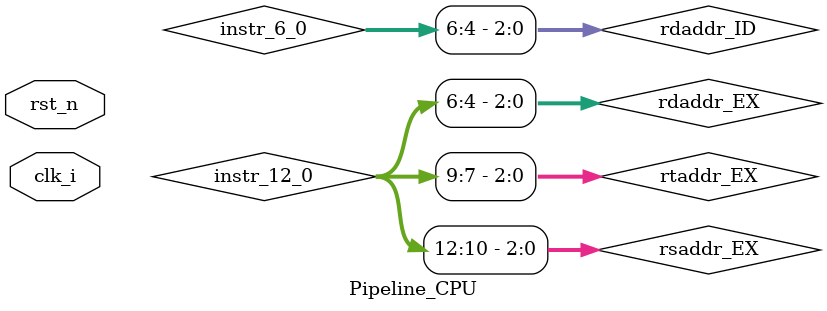
<source format=v>
module Pipeline_CPU( clk_i, rst_n );

//I/O port
input         clk_i;
input         rst_n;

//Internal Signles
wire [16-1:0] PC_in;
wire [16-1:0] PC_ReadAddress;
wire [16-1:0] PCadder1_sum;
wire [16-1:0] PCadder2_sum;
wire [16-1:0] Instruction;
wire  [3-1:0] RDaddr_EX;
wire [16-1:0] RDdata;
wire [16-1:0] RSdata;
wire [16-1:0] RTdata;



//AC
wire  [4-1:0] ALU_operation;
wire  [2-1:0] FUResult_Select;
wire [16-1:0] FUResult_EX;

//ALU

wire [16-1:0] ALU_src2;
wire Zero;
wire Overflow;
wire [16-1:0] ALU_result;



//branch
wire ZERO;
wire PCSrc;



//shifter
wire [16-1:0] Shifter_result;

//PC
wire [16-1:0] SE_shiftleft1;
wire [16-1:0] PC_branch;
wire [14-1:0] Jump_shiftleft1;
wire [16-1:0] PC_jump;

//module
//MUX 2-to-1 branch
Mux2to1 mux1(
            .data0_i(PCadder1_sum), //PC+2
            .data1_i(PCadder2_sum), // branch addr
            .select_i(PCSrc), //branch taken signal
            .data_o(PC_branch)
        );
//MUX 2-to-1 jump
Mux2to1 mux2(
            .data0_i(PC_branch),
            .data1_i(PC_jump), //jump addr
            .select_i(Jump_EX), //Jump signal
            .data_o(PC_in)
        );
wire PC_write;
Program_Counter PC(
                    .clk_i(clk_i),
                    .rst_n(rst_n),
                    .pc_in_i(PC_in) ,
                    .pc_out_o(PC_ReadAddress),
                    .PC_write(PC_write)
                );
assign PC_write = (DataHazard)? 1'b0 : 1'b1; // If DataHazard, keep the PC value.

// PC+2 next PC address
Adder adder_2(
          .src1_i(PC_ReadAddress),
          .src2_i(16'd2),
          .sum_o(PCadder1_sum)
      );

Instr_Memory IM(
                 .pc_addr_i(PC_ReadAddress),
                 .instr_o(Instruction)
             );

//ID stage signal
wire [15:0] PC_add_2_ID;
wire IFID_flush; // flush IFIDreg
wire IFIDwrite;
wire [2:0] opcode_ID;
wire [2:0] rsaddr_ID;
wire [2:0] rtaddr_ID;
wire [2:0] rdaddr_ID;
wire [3:0] funct_ID;

IFIDreg  IF_IDreg(
             .clk_i(clk_i),
             .rst_n(rst_n),
             .IFIDwrite_i(IFIDwrite),
             .next_PC_i(PCadder1_sum),
             .next_PC_o(PC_add_2_ID),
             .instr_i(Instruction),
             .IFIDflush_i(IFID_flush),
             .opcode_o(opcode_ID), // instr[15:13]
             .rsaddr_ID(rsaddr_ID), // instr[12:10]
             .rtaddr_ID(rtaddr_ID), // instr[9:7]
             .rdaddr_ID(rdaddr_ID), // instr[6:4]
             .funct_ID(funct_ID) // instr[3:0]

         );
assign IFIDwrite = (DataHazard)? 1'b0 : 1'b1; // if Data Hazard, keep IFID regs not changing.
assign IFID_flush = ControlHazard; // If Control Hazard, flush IFID regs.

wire [15:0] rsdata_ID; //Data from RegFile
wire [15:0] rtdata_ID; //Data from RegFile

Reg_File RF(
             .clk_i(clk_i),
             .rst_n(rst_n) ,
             .RSaddr_i(rsaddr_ID) ,
             .RTaddr_i(rtaddr_ID) ,
             .RDaddr_i(RDaddr_WB) ,  //Write Back address [2:0]
             .RDdata_i(RDdata_WB)  , // Write Back Data [15:0]
             .RegWrite_i(RegWrite_WB), //Write Back Signal
             .RSdata_o(rsdata_ID) ,//Data from RegFile
             .RTdata_o(rtdata_ID)//Data from RegFile
         );

wire [6:0] instr_6_0 = {rdaddr_ID, funct_ID};

//Instruction[6:0] sign extend 16bits
wire [16-1:0] SignExtend_ID;
Sign_Extend se(
                .data_i(instr_6_0),
                .data_o(SignExtend_ID)
            );
//Zero Filled
//ZF
wire [16-1:0] ZeroFilled_ID;
Zero_Filled ZF(
                .data_i(instr_6_0),
                .data_o(ZeroFilled_ID)
            );
//Decoder_ID
wire 	        RegDst_ID;
wire 			RegWrite_ID;
wire	[2-1:0] ALUOp_ID;
wire	        ALUSrc_ID;
wire	        Branch_ID;
wire		MemtoReg_ID;
wire		BranchType_ID;
wire		Jump_ID;
wire		MemRead_ID;
wire		MemWrite_ID;
//Decoder

Decoder dec(
            .instr_op_i(opcode_ID),
            .RegWrite_o(RegWrite_ID),
            .MemToReg_o(MemtoReg_ID),
            .MemRead_o(MemRead_ID),
            .MemWrite_o(MemWrite_ID),
            .ALUOp_o(ALUOp_ID),
            .ALUSrc_o(ALUSrc_ID),
            .RegDst_o(RegDst_ID),
            .Branch_o(Branch_ID),
            .BranchType_o(BranchType_ID),
            .Jump_o(Jump_ID)
        );



wire DataHazard;
Data_Hazard DH(
                .rsaddr_ID(rsaddr_ID),
                .rtaddr_ID(rtaddr_ID),
                .RDaddr_EX(RDaddr_EX),
                .RDaddr_MEM(RDaddr_MEM),
                .RegWrite_EX(RegWrite_EX),
                .RegWrite_MEM(RegWrite_MEM),
                .DataHazard(DataHazard)
            );



wire [15:0] PC_out_EX;
wire RegWrite_EX;
wire MemtoReg_EX;
wire MemRead_EX;
wire MemWrite_EX;
wire Branch_EX;
wire BranchType_EX;
wire [1:0] ALUOp_EX;
wire ALUSrc_EX;
wire Jump_EX;
wire RegDst_EX;
wire [15:0] rsdata_EX;
wire [15:0] rtdata_EX;
wire [15:0] ZeroFilled_EX;
wire [15:0] SignExtend_EX;
wire [2:0] rsaddr_EX;
wire [2:0] rtaddr_EX;
wire [2:0] rdaddr_EX;
wire [3:0] funct_EX;
wire IDEXflush;




IDEXreg IDEX_reg(
            .clk_i(clk_i),
            .rst_n(rst_n),
            .PC_in_ID(PC_add_2_ID),
            .PC_out_EX(PC_out_EX),
            .RegWrite_ID(RegWrite_ID),
            .RegWrite_EX(RegWrite_EX),
            .MemtoReg_ID(MemtoReg_ID),
            .MemtoReg_EX(MemtoReg_EX),
            .MemRead_ID(MemRead_ID),
            .MemRead_EX(MemRead_EX),
            .MemWrite_ID(MemWrite_ID),
            .MemWrite_EX(MemWrite_EX),
            .Branch_ID(Branch_ID),
            .Branch_EX(Branch_EX),
            .BranchType_ID(BranchType_ID),
            .BranchType_EX(BranchType_EX),
            .ALUOp_ID(ALUOp_ID),
            .ALUOp_EX(ALUOp_EX),
            .ALUSrc_ID(ALUSrc_ID),
            .ALUSrc_EX(ALUSrc_EX),
            .Jump_ID(Jump_ID),
            .Jump_EX(Jump_EX),
            .RegDst_ID(RegDst_ID),
            .RegDst_EX(RegDst_EX),
            .rsdata_ID(rsdata_ID),
            .rsdata_EX(rsdata_EX),
            .rtdata_ID(rtdata_ID),
            .rtdata_EX(rtdata_EX),
            .ZeroFilled_ID(ZeroFilled_ID),
            .ZeroFilled_EX(ZeroFilled_EX),
            .SignExtend_ID(SignExtend_ID),
            .SignExtend_EX(SignExtend_EX),
            .rsaddr_ID(rsaddr_ID), // instruction [12:10]
            .rsaddr_EX(rsaddr_EX),
            .rtaddr_ID(rtaddr_ID), // instruction [9:7]
            .rtaddr_EX(rtaddr_EX),
            .rdaddr_ID(rdaddr_ID),// instruction [6:4]
            .rdaddr_EX(rdaddr_EX),
            .funct_ID(funct_ID), // instruction [3:0]
            .funct_EX(funct_EX),
            .IDEXflush(IDEXflush)
        );
assign IDEXflush = DataHazard | ControlHazard; // If ControlHazard, flush IDEX.

//ALU Control
ALU_Ctrl AC(
             .funct_i(funct_EX),
             .ALUOp_i(ALUOp_EX),
             .ALU_operation_o(ALU_operation),
             .FURslt_o(FUResult_Select)
         );

assign ZERO = (BranchType_EX)? ~Zero : Zero;
assign PCSrc = Branch_EX & ZERO;

//MUX 2 to 1 before ALU
wire [15:0] ALU_Source2;
Mux2to1 MBALU(
            .data0_i(rtdata_EX),
            .data1_i(SignExtend_EX),
            .select_i(ALUSrc_EX),
            .data_o(ALU_Source2)
        );

//ALU
ALU alu_main(
        .aluSrc1(rsdata_EX),
        .aluSrc2(ALU_Source2),
        .ALU_operation_i(ALU_operation),
        .result(ALU_result),
        .zero(Zero),
        .overflow(Overflow)
    );
//Shifter
Shifter sf(
            .result(Shifter_result),
            .leftRight(ALU_operation[3]),
            .sftSrc(ALU_Source2)
        );

//MUX 3-to-1 FURslt
Mux3to1 mux4(
            .data0_i(ALU_result),
            .data1_i(Shifter_result),
            .data2_i(ZeroFilled_EX),
            .select_i(FUResult_Select),
            .data_o(FUResult_EX)
        );
//jump
wire [12:0] instr_12_0;
assign instr_12_0 = {rsaddr_EX, rtaddr_EX, rdaddr_EX, funct_EX};

Shift_Left_one_extend sl1e(
                          .data_i(instr_12_0),
                          .data_o(Jump_shiftleft1)
                      );
assign PC_jump = {PC_out_EX[15:14], Jump_shiftleft1}; //Jump address


//ins_se_16 sll
Shift_Left_one sl1(
                   .data_i(SignExtend_EX),
                   .data_o(SE_shiftleft1)
               );

//bne, beq address

Adder adder_sl1(
          .src1_i(PC_out_EX),
          .src2_i(SE_shiftleft1),
          .sum_o(PCadder2_sum) //branch_addr
      );

//Rt or Rd?

assign RDaddr_EX = (RegDst_EX)? rdaddr_EX : rtaddr_EX; //Write Register address "RDaddr_EX"

wire ControlHazard;
ControlHazard CH(
                  .PCSrc(PCSrc),
                  .Jump_EX(Jump_EX),
                  .ControlHazard(ControlHazard)
              );


wire RegWrite_MEM;
wire MemtoReg_MEM;
wire MemRead_MEM;
wire MemWrite_MEM;
wire [2:0] RDaddr_MEM;
wire [15:0] FUResult_MEM;
wire [15:0] rtdata_MEM;


EXMEMreg EXMEM_reg(
             .clk_i(clk_i),
             .rst_n(rst_n),
             .RegWrite_EX(RegWrite_EX), //Decoder
             .RegWrite_MEM(RegWrite_MEM),
             .MemtoReg_EX(MemtoReg_EX),
             .MemtoReg_MEM(MemtoReg_MEM),
             .MemRead_EX(MemRead_EX),
             .MemRead_MEM(MemRead_MEM),
             .MemWrite_EX(MemWrite_EX),
             .MemWrite_MEM(MemWrite_MEM),
             .RDaddr_EX(RDaddr_EX),
             .RDaddr_MEM(RDaddr_MEM),
             .FUResult_EX(FUResult_EX),
             .FUResult_MEM(FUResult_MEM),
             .rtdata_EX(rtdata_EX),
             .rtdata_MEM(rtdata_MEM)
         );


Data_Memory DM(
                .clk_i(clk_i),
                .addr_i(FUResult_MEM),
                .data_i(rtdata_MEM),
                .MemRead_i(MemRead_MEM),
                .MemWrite_i(MemWrite_MEM),
                .data_o(Mem_Readdata_MEM)
            );
wire [15:0] Mem_Readdata_MEM;
wire RegWrite_WB;
wire MemtoReg_WB;
wire [2:0] RDaddr_WB;
wire [15:0] Mem_Readdata_WB;
wire [15:0] FUResult_WB;


MEMWBreg MEMWB_reg(
             .clk_i(clk_i),
             .rst_n(rst_n),
             .RegWrite_MEM(RegWrite_MEM),
             .RegWrite_WB(RegWrite_WB),
             .MemtoReg_MEM(MemtoReg_MEM),
             .MemtoReg_WB(MemtoReg_WB),
             .RDaddr_MEM(RDaddr_MEM),
             .RDaddr_WB(RDaddr_WB),
             .Mem_Readdata_MEM(Mem_Readdata_MEM),
             .Mem_Readdata_WB(Mem_Readdata_WB),
             .FUResult_MEM(FUResult_MEM),
             .FUResult_WB(FUResult_WB)
         );

//MUX 2-to-1 RDdata
wire [15:0] RDdata_WB;


Mux2to1 mux5(
            .data0_i(FUResult_WB),
            .data1_i(Mem_Readdata_WB),
            .select_i(MemtoReg_WB),
            .data_o(RDdata_WB)
        );





endmodule


</source>
